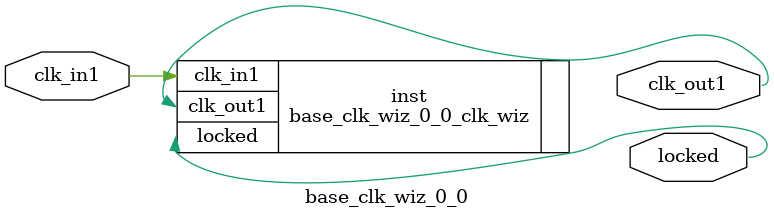
<source format=v>


`timescale 1ps/1ps

(* CORE_GENERATION_INFO = "base_clk_wiz_0_0,clk_wiz_v6_0_10_0_0,{component_name=base_clk_wiz_0_0,use_phase_alignment=false,use_min_o_jitter=false,use_max_i_jitter=false,use_dyn_phase_shift=false,use_inclk_switchover=false,use_dyn_reconfig=false,enable_axi=0,feedback_source=FDBK_AUTO,PRIMITIVE=MMCM,num_out_clk=1,clkin1_period=10.000,clkin2_period=10.000,use_power_down=false,use_reset=false,use_locked=true,use_inclk_stopped=false,feedback_type=SINGLE,CLOCK_MGR_TYPE=NA,manual_override=false}" *)

module base_clk_wiz_0_0 
 (
  // Clock out ports
  output        clk_out1,
  // Status and control signals
  output        locked,
 // Clock in ports
  input         clk_in1
 );

  base_clk_wiz_0_0_clk_wiz inst
  (
  // Clock out ports  
  .clk_out1(clk_out1),
  // Status and control signals               
  .locked(locked),
 // Clock in ports
  .clk_in1(clk_in1)
  );

endmodule

</source>
